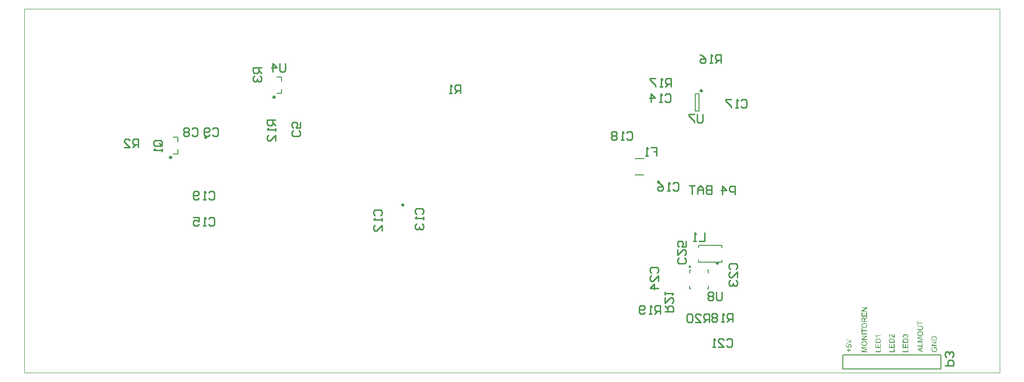
<source format=gbo>
%FSLAX25Y25*%
%MOIN*%
G70*
G01*
G75*
G04 Layer_Color=32896*
G04:AMPARAMS|DCode=10|XSize=23.62mil|YSize=61.02mil|CornerRadius=5.91mil|HoleSize=0mil|Usage=FLASHONLY|Rotation=0.000|XOffset=0mil|YOffset=0mil|HoleType=Round|Shape=RoundedRectangle|*
%AMROUNDEDRECTD10*
21,1,0.02362,0.04921,0,0,0.0*
21,1,0.01181,0.06102,0,0,0.0*
1,1,0.01181,0.00591,-0.02461*
1,1,0.01181,-0.00591,-0.02461*
1,1,0.01181,-0.00591,0.02461*
1,1,0.01181,0.00591,0.02461*
%
%ADD10ROUNDEDRECTD10*%
%ADD11R,0.05906X0.09843*%
%ADD12O,0.07480X0.02362*%
%ADD13O,0.01378X0.07087*%
%ADD14R,0.09843X0.05906*%
G04:AMPARAMS|DCode=15|XSize=23.62mil|YSize=61.02mil|CornerRadius=5.91mil|HoleSize=0mil|Usage=FLASHONLY|Rotation=270.000|XOffset=0mil|YOffset=0mil|HoleType=Round|Shape=RoundedRectangle|*
%AMROUNDEDRECTD15*
21,1,0.02362,0.04921,0,0,270.0*
21,1,0.01181,0.06102,0,0,270.0*
1,1,0.01181,-0.02461,-0.00591*
1,1,0.01181,-0.02461,0.00591*
1,1,0.01181,0.02461,0.00591*
1,1,0.01181,0.02461,-0.00591*
%
%ADD15ROUNDEDRECTD15*%
%ADD16R,0.03937X0.05315*%
%ADD17R,0.04134X0.04331*%
%ADD18R,0.03150X0.01969*%
%ADD19R,0.01969X0.03150*%
%ADD20R,0.04724X0.05315*%
%ADD21R,0.05315X0.04724*%
%ADD22R,0.05709X0.04528*%
%ADD23R,0.04528X0.05709*%
%ADD24C,0.03937*%
%ADD25C,0.01500*%
%ADD26C,0.02000*%
%ADD27C,0.01300*%
%ADD28C,0.04000*%
%ADD29C,0.05000*%
%ADD30C,0.03000*%
%ADD31C,0.06500*%
%ADD32C,0.06000*%
%ADD33C,0.00100*%
%ADD34C,0.07874*%
%ADD35R,0.05906X0.05906*%
%ADD36C,0.05906*%
%ADD37C,0.11024*%
%ADD38C,0.15354*%
%ADD39C,0.06000*%
%ADD40C,0.11417*%
%ADD41R,0.05906X0.05906*%
%ADD42P,0.05966X8X112.5*%
%ADD43C,0.05512*%
%ADD44C,0.11811*%
%ADD45C,0.05000*%
%ADD46C,0.02284*%
%ADD47C,0.10236*%
%ADD48C,0.15700*%
%ADD49C,0.04000*%
%ADD50C,0.02000*%
%ADD51C,0.06200*%
%ADD52R,0.06693X0.12598*%
%ADD53R,0.09449X0.06496*%
%ADD54O,0.01102X0.03347*%
%ADD55R,0.03543X0.02559*%
%ADD56R,0.06102X0.05512*%
%ADD57R,0.04331X0.04134*%
%ADD58R,0.03937X0.02362*%
%ADD59C,0.04500*%
%ADD60C,0.01000*%
%ADD61C,0.02500*%
%ADD62C,0.07000*%
%ADD63C,0.03500*%
%ADD64C,0.05500*%
%ADD65R,0.02756X0.01102*%
%ADD66C,0.01575*%
%ADD67C,0.02362*%
%ADD68C,0.00787*%
%ADD69C,0.00800*%
G04:AMPARAMS|DCode=70|XSize=31.62mil|YSize=69.02mil|CornerRadius=9.91mil|HoleSize=0mil|Usage=FLASHONLY|Rotation=0.000|XOffset=0mil|YOffset=0mil|HoleType=Round|Shape=RoundedRectangle|*
%AMROUNDEDRECTD70*
21,1,0.03162,0.04921,0,0,0.0*
21,1,0.01181,0.06902,0,0,0.0*
1,1,0.01981,0.00591,-0.02461*
1,1,0.01981,-0.00591,-0.02461*
1,1,0.01981,-0.00591,0.02461*
1,1,0.01981,0.00591,0.02461*
%
%ADD70ROUNDEDRECTD70*%
%ADD71R,0.06706X0.10642*%
%ADD72O,0.08280X0.03162*%
%ADD73O,0.02178X0.07887*%
%ADD74R,0.10642X0.06706*%
G04:AMPARAMS|DCode=75|XSize=31.62mil|YSize=69.02mil|CornerRadius=9.91mil|HoleSize=0mil|Usage=FLASHONLY|Rotation=270.000|XOffset=0mil|YOffset=0mil|HoleType=Round|Shape=RoundedRectangle|*
%AMROUNDEDRECTD75*
21,1,0.03162,0.04921,0,0,270.0*
21,1,0.01181,0.06902,0,0,270.0*
1,1,0.01981,-0.02461,-0.00591*
1,1,0.01981,-0.02461,0.00591*
1,1,0.01981,0.02461,0.00591*
1,1,0.01981,0.02461,-0.00591*
%
%ADD75ROUNDEDRECTD75*%
%ADD76R,0.04737X0.06115*%
%ADD77R,0.04934X0.05131*%
%ADD78R,0.03950X0.02769*%
%ADD79R,0.02769X0.03950*%
%ADD80R,0.05524X0.06115*%
%ADD81R,0.06115X0.05524*%
%ADD82R,0.06509X0.05328*%
%ADD83R,0.05328X0.06509*%
%ADD84C,0.08674*%
%ADD85R,0.06706X0.06706*%
%ADD86C,0.06706*%
%ADD87C,0.11824*%
%ADD88C,0.16154*%
%ADD89C,0.06800*%
%ADD90C,0.12217*%
%ADD91R,0.06706X0.06706*%
%ADD92P,0.06832X8X112.5*%
%ADD93C,0.06312*%
%ADD94C,0.12611*%
%ADD95C,0.05800*%
%ADD96C,0.03084*%
%ADD97C,0.11036*%
%ADD98C,0.16500*%
%ADD99C,0.04800*%
%ADD100C,0.02800*%
%ADD101C,0.07000*%
%ADD102R,0.07493X0.13398*%
%ADD103R,0.10000X0.07047*%
%ADD104O,0.01654X0.03898*%
%ADD105R,0.04343X0.03359*%
%ADD106R,0.06902X0.06312*%
%ADD107R,0.05131X0.04934*%
%ADD108R,0.04737X0.03162*%
%ADD109R,0.03556X0.01902*%
%ADD110R,0.04134X0.02677*%
%ADD111R,0.01969X0.01024*%
%ADD112O,0.00906X0.03150*%
G36*
X629019Y24602D02*
X629066D01*
X629171Y24596D01*
X629288Y24584D01*
X629423Y24561D01*
X629558Y24538D01*
X629686Y24502D01*
X629692D01*
X629704Y24497D01*
X629721Y24491D01*
X629745Y24485D01*
X629803Y24462D01*
X629885Y24432D01*
X629973Y24397D01*
X630066Y24350D01*
X630160Y24298D01*
X630248Y24239D01*
X630260Y24233D01*
X630283Y24210D01*
X630324Y24181D01*
X630376Y24134D01*
X630429Y24087D01*
X630488Y24023D01*
X630546Y23958D01*
X630599Y23888D01*
X630605Y23882D01*
X630616Y23853D01*
X630640Y23812D01*
X630669Y23760D01*
X630698Y23695D01*
X630727Y23619D01*
X630757Y23531D01*
X630786Y23432D01*
Y23420D01*
X630798Y23385D01*
X630803Y23333D01*
X630815Y23257D01*
X630827Y23169D01*
X630839Y23063D01*
X630844Y22946D01*
X630850Y22818D01*
Y21437D01*
X627007D01*
Y22753D01*
Y22759D01*
Y22771D01*
Y22794D01*
Y22829D01*
Y22864D01*
Y22911D01*
X627013Y23011D01*
X627019Y23116D01*
X627030Y23233D01*
X627048Y23344D01*
X627065Y23438D01*
Y23444D01*
X627071Y23455D01*
Y23467D01*
X627083Y23491D01*
X627101Y23555D01*
X627130Y23631D01*
X627165Y23719D01*
X627212Y23812D01*
X627270Y23906D01*
X627340Y23999D01*
Y24005D01*
X627352Y24011D01*
X627387Y24052D01*
X627446Y24105D01*
X627522Y24169D01*
X627615Y24245D01*
X627726Y24321D01*
X627855Y24391D01*
X628001Y24456D01*
X628007D01*
X628019Y24462D01*
X628042Y24467D01*
X628072Y24479D01*
X628107Y24491D01*
X628154Y24502D01*
X628206Y24520D01*
X628265Y24532D01*
X628329Y24543D01*
X628399Y24561D01*
X628551Y24584D01*
X628721Y24602D01*
X628908Y24608D01*
X628984D01*
X629019Y24602D01*
D02*
G37*
G36*
X629797Y27626D02*
X629844Y27621D01*
X629891Y27615D01*
X629949Y27603D01*
X630008Y27585D01*
X630142Y27545D01*
X630219Y27515D01*
X630289Y27474D01*
X630359Y27433D01*
X630429Y27387D01*
X630499Y27328D01*
X630570Y27264D01*
X630575Y27258D01*
X630587Y27246D01*
X630599Y27229D01*
X630622Y27199D01*
X630651Y27164D01*
X630681Y27117D01*
X630710Y27065D01*
X630739Y27012D01*
X630774Y26948D01*
X630803Y26878D01*
X630833Y26801D01*
X630862Y26720D01*
X630885Y26632D01*
X630897Y26538D01*
X630909Y26439D01*
X630915Y26339D01*
Y26334D01*
Y26316D01*
Y26293D01*
X630909Y26258D01*
X630903Y26211D01*
X630897Y26164D01*
X630891Y26105D01*
X630880Y26047D01*
X630844Y25912D01*
X630786Y25772D01*
X630757Y25702D01*
X630716Y25637D01*
X630669Y25567D01*
X630616Y25503D01*
X630611Y25497D01*
X630605Y25491D01*
X630587Y25474D01*
X630564Y25450D01*
X630529Y25427D01*
X630493Y25398D01*
X630452Y25363D01*
X630406Y25333D01*
X630289Y25263D01*
X630154Y25205D01*
X630002Y25152D01*
X629920Y25134D01*
X629832Y25123D01*
X629768Y25596D01*
X629774D01*
X629786Y25602D01*
X629809D01*
X629832Y25614D01*
X629903Y25631D01*
X629990Y25661D01*
X630084Y25696D01*
X630183Y25743D01*
X630271Y25801D01*
X630347Y25866D01*
X630353Y25877D01*
X630376Y25901D01*
X630400Y25942D01*
X630435Y26000D01*
X630464Y26064D01*
X630493Y26146D01*
X630517Y26240D01*
X630523Y26339D01*
Y26345D01*
Y26357D01*
Y26375D01*
X630517Y26398D01*
X630511Y26456D01*
X630493Y26533D01*
X630464Y26626D01*
X630429Y26720D01*
X630371Y26813D01*
X630295Y26901D01*
X630283Y26913D01*
X630254Y26936D01*
X630207Y26971D01*
X630137Y27018D01*
X630055Y27059D01*
X629955Y27094D01*
X629844Y27117D01*
X629721Y27129D01*
X629692D01*
X629669Y27123D01*
X629610Y27117D01*
X629534Y27100D01*
X629452Y27077D01*
X629359Y27036D01*
X629271Y26983D01*
X629189Y26913D01*
X629177Y26901D01*
X629154Y26878D01*
X629125Y26831D01*
X629084Y26766D01*
X629043Y26690D01*
X629013Y26597D01*
X628990Y26497D01*
X628978Y26380D01*
Y26375D01*
Y26357D01*
Y26328D01*
X628984Y26287D01*
X628990Y26240D01*
X628996Y26182D01*
X629008Y26117D01*
X629025Y26047D01*
X628610Y26100D01*
Y26105D01*
Y26129D01*
X628616Y26152D01*
Y26176D01*
Y26182D01*
Y26187D01*
Y26205D01*
Y26228D01*
X628610Y26281D01*
X628598Y26357D01*
X628581Y26439D01*
X628551Y26527D01*
X628516Y26620D01*
X628464Y26714D01*
X628458Y26726D01*
X628434Y26755D01*
X628393Y26790D01*
X628341Y26837D01*
X628276Y26883D01*
X628194Y26919D01*
X628095Y26948D01*
X627978Y26959D01*
X627937D01*
X627890Y26948D01*
X627826Y26936D01*
X627762Y26919D01*
X627691Y26883D01*
X627615Y26842D01*
X627551Y26784D01*
X627545Y26778D01*
X627522Y26755D01*
X627492Y26714D01*
X627463Y26661D01*
X627428Y26597D01*
X627405Y26521D01*
X627381Y26433D01*
X627375Y26334D01*
Y26328D01*
Y26322D01*
Y26287D01*
X627387Y26234D01*
X627399Y26176D01*
X627416Y26100D01*
X627452Y26024D01*
X627492Y25947D01*
X627551Y25871D01*
X627557Y25866D01*
X627580Y25842D01*
X627621Y25813D01*
X627680Y25778D01*
X627750Y25737D01*
X627838Y25702D01*
X627943Y25667D01*
X628066Y25643D01*
X627984Y25169D01*
X627978D01*
X627960Y25175D01*
X627937Y25181D01*
X627908Y25187D01*
X627867Y25199D01*
X627820Y25210D01*
X627715Y25251D01*
X627598Y25298D01*
X627475Y25368D01*
X627358Y25450D01*
X627253Y25556D01*
X627247Y25561D01*
X627241Y25567D01*
X627229Y25585D01*
X627212Y25614D01*
X627194Y25643D01*
X627171Y25678D01*
X627118Y25766D01*
X627071Y25877D01*
X627030Y26012D01*
X627001Y26158D01*
X626989Y26240D01*
Y26322D01*
Y26328D01*
Y26334D01*
Y26351D01*
Y26375D01*
X626995Y26433D01*
X627007Y26509D01*
X627024Y26597D01*
X627048Y26696D01*
X627083Y26796D01*
X627130Y26895D01*
Y26901D01*
X627136Y26907D01*
X627153Y26942D01*
X627182Y26989D01*
X627223Y27047D01*
X627276Y27112D01*
X627340Y27182D01*
X627416Y27246D01*
X627498Y27305D01*
X627510Y27310D01*
X627539Y27328D01*
X627586Y27351D01*
X627644Y27375D01*
X627721Y27398D01*
X627803Y27422D01*
X627890Y27439D01*
X627990Y27445D01*
X628031D01*
X628077Y27439D01*
X628136Y27428D01*
X628206Y27410D01*
X628282Y27387D01*
X628364Y27357D01*
X628440Y27310D01*
X628452Y27305D01*
X628475Y27287D01*
X628510Y27252D01*
X628557Y27211D01*
X628610Y27153D01*
X628662Y27088D01*
X628721Y27006D01*
X628768Y26913D01*
Y26919D01*
X628774Y26930D01*
Y26948D01*
X628785Y26971D01*
X628803Y27030D01*
X628838Y27106D01*
X628879Y27188D01*
X628937Y27275D01*
X629008Y27363D01*
X629095Y27439D01*
X629107Y27445D01*
X629142Y27468D01*
X629195Y27498D01*
X629265Y27539D01*
X629353Y27574D01*
X629458Y27603D01*
X629581Y27626D01*
X629715Y27632D01*
X629762D01*
X629797Y27626D01*
D02*
G37*
G36*
X630850Y14850D02*
X627007D01*
Y15359D01*
X630400D01*
Y17248D01*
X630850D01*
Y14850D01*
D02*
G37*
G36*
Y17869D02*
X627007D01*
Y20647D01*
X627457D01*
Y18377D01*
X628639D01*
Y20501D01*
X629089D01*
Y18377D01*
X630400D01*
Y20735D01*
X630850D01*
Y17869D01*
D02*
G37*
G36*
X621050Y14850D02*
X617207D01*
Y15359D01*
X620600D01*
Y17248D01*
X621050D01*
Y14850D01*
D02*
G37*
G36*
Y25052D02*
X620986D01*
X620945Y25058D01*
X620898Y25064D01*
X620846Y25070D01*
X620787Y25087D01*
X620729Y25105D01*
X620723D01*
X620717Y25111D01*
X620682Y25123D01*
X620635Y25146D01*
X620565Y25181D01*
X620489Y25222D01*
X620401Y25280D01*
X620313Y25339D01*
X620220Y25415D01*
X620214D01*
X620208Y25427D01*
X620173Y25456D01*
X620120Y25503D01*
X620050Y25573D01*
X619968Y25661D01*
X619869Y25766D01*
X619758Y25895D01*
X619635Y26035D01*
X619629Y26041D01*
X619611Y26064D01*
X619588Y26094D01*
X619547Y26135D01*
X619506Y26187D01*
X619453Y26246D01*
X619342Y26375D01*
X619208Y26515D01*
X619073Y26655D01*
X619009Y26726D01*
X618944Y26784D01*
X618880Y26837D01*
X618821Y26883D01*
X618816D01*
X618810Y26895D01*
X618792Y26907D01*
X618769Y26919D01*
X618710Y26954D01*
X618634Y26995D01*
X618546Y27036D01*
X618453Y27071D01*
X618348Y27094D01*
X618248Y27106D01*
X618236D01*
X618201Y27100D01*
X618149Y27094D01*
X618084Y27082D01*
X618008Y27053D01*
X617932Y27018D01*
X617850Y26971D01*
X617774Y26901D01*
X617768Y26889D01*
X617745Y26866D01*
X617716Y26819D01*
X617675Y26761D01*
X617640Y26685D01*
X617611Y26597D01*
X617587Y26491D01*
X617581Y26375D01*
Y26369D01*
Y26357D01*
Y26339D01*
X617587Y26316D01*
X617593Y26258D01*
X617605Y26182D01*
X617634Y26094D01*
X617669Y26000D01*
X617722Y25912D01*
X617792Y25831D01*
X617804Y25825D01*
X617827Y25801D01*
X617874Y25766D01*
X617938Y25731D01*
X618020Y25690D01*
X618114Y25661D01*
X618225Y25637D01*
X618354Y25626D01*
X618301Y25140D01*
X618277D01*
X618248Y25146D01*
X618213Y25152D01*
X618166Y25164D01*
X618114Y25169D01*
X617997Y25205D01*
X617862Y25251D01*
X617728Y25316D01*
X617593Y25403D01*
X617534Y25450D01*
X617476Y25509D01*
X617470Y25515D01*
X617464Y25526D01*
X617447Y25544D01*
X617429Y25567D01*
X617412Y25602D01*
X617382Y25643D01*
X617359Y25690D01*
X617330Y25743D01*
X617306Y25801D01*
X617277Y25866D01*
X617254Y25942D01*
X617236Y26018D01*
X617201Y26193D01*
X617195Y26287D01*
X617189Y26386D01*
Y26392D01*
Y26410D01*
Y26439D01*
X617195Y26480D01*
X617201Y26527D01*
X617207Y26579D01*
X617213Y26638D01*
X617230Y26702D01*
X617265Y26842D01*
X617318Y26989D01*
X617353Y27065D01*
X617394Y27135D01*
X617447Y27199D01*
X617499Y27264D01*
X617505Y27270D01*
X617511Y27275D01*
X617529Y27293D01*
X617552Y27316D01*
X617587Y27340D01*
X617622Y27369D01*
X617710Y27428D01*
X617821Y27486D01*
X617950Y27539D01*
X618096Y27580D01*
X618178Y27585D01*
X618260Y27591D01*
X618301D01*
X618348Y27585D01*
X618406Y27580D01*
X618476Y27568D01*
X618552Y27550D01*
X618634Y27527D01*
X618716Y27492D01*
X618728Y27486D01*
X618757Y27474D01*
X618798Y27451D01*
X618857Y27416D01*
X618927Y27375D01*
X619009Y27322D01*
X619091Y27252D01*
X619184Y27176D01*
X619196Y27164D01*
X619231Y27135D01*
X619284Y27082D01*
X619319Y27047D01*
X619360Y27006D01*
X619407Y26959D01*
X619459Y26901D01*
X619512Y26842D01*
X619576Y26778D01*
X619640Y26708D01*
X619711Y26626D01*
X619781Y26544D01*
X619863Y26450D01*
X619869Y26445D01*
X619880Y26433D01*
X619898Y26410D01*
X619921Y26380D01*
X619980Y26310D01*
X620056Y26222D01*
X620138Y26135D01*
X620220Y26041D01*
X620290Y25965D01*
X620319Y25936D01*
X620348Y25907D01*
X620354Y25901D01*
X620372Y25889D01*
X620395Y25866D01*
X620430Y25836D01*
X620506Y25772D01*
X620600Y25708D01*
Y27597D01*
X621050D01*
Y25052D01*
D02*
G37*
G36*
X611250Y14850D02*
X607407D01*
Y15359D01*
X610800D01*
Y17248D01*
X611250D01*
Y14850D01*
D02*
G37*
G36*
X621050Y17869D02*
X617207D01*
Y20647D01*
X617657D01*
Y18377D01*
X618839D01*
Y20501D01*
X619289D01*
Y18377D01*
X620600D01*
Y20735D01*
X621050D01*
Y17869D01*
D02*
G37*
G36*
X619219Y24602D02*
X619266D01*
X619371Y24596D01*
X619488Y24584D01*
X619623Y24561D01*
X619758Y24538D01*
X619886Y24502D01*
X619892D01*
X619904Y24497D01*
X619921Y24491D01*
X619945Y24485D01*
X620003Y24462D01*
X620085Y24432D01*
X620173Y24397D01*
X620266Y24350D01*
X620360Y24298D01*
X620448Y24239D01*
X620460Y24233D01*
X620483Y24210D01*
X620524Y24181D01*
X620576Y24134D01*
X620629Y24087D01*
X620688Y24023D01*
X620746Y23958D01*
X620799Y23888D01*
X620805Y23882D01*
X620816Y23853D01*
X620840Y23812D01*
X620869Y23760D01*
X620898Y23695D01*
X620927Y23619D01*
X620957Y23531D01*
X620986Y23432D01*
Y23420D01*
X620998Y23385D01*
X621003Y23333D01*
X621015Y23257D01*
X621027Y23169D01*
X621039Y23063D01*
X621044Y22946D01*
X621050Y22818D01*
Y21437D01*
X617207D01*
Y22753D01*
Y22759D01*
Y22771D01*
Y22794D01*
Y22829D01*
Y22864D01*
Y22911D01*
X617213Y23011D01*
X617219Y23116D01*
X617230Y23233D01*
X617248Y23344D01*
X617265Y23438D01*
Y23444D01*
X617271Y23455D01*
Y23467D01*
X617283Y23491D01*
X617301Y23555D01*
X617330Y23631D01*
X617365Y23719D01*
X617412Y23812D01*
X617470Y23906D01*
X617540Y23999D01*
Y24005D01*
X617552Y24011D01*
X617587Y24052D01*
X617646Y24105D01*
X617722Y24169D01*
X617815Y24245D01*
X617926Y24321D01*
X618055Y24391D01*
X618201Y24456D01*
X618207D01*
X618219Y24462D01*
X618242Y24467D01*
X618272Y24479D01*
X618307Y24491D01*
X618354Y24502D01*
X618406Y24520D01*
X618465Y24532D01*
X618529Y24543D01*
X618599Y24561D01*
X618751Y24584D01*
X618921Y24602D01*
X619108Y24608D01*
X619184D01*
X619219Y24602D01*
D02*
G37*
G36*
X649519Y26187D02*
X649566D01*
X649671Y26182D01*
X649788Y26170D01*
X649923Y26146D01*
X650058Y26123D01*
X650186Y26088D01*
X650192D01*
X650204Y26082D01*
X650221Y26076D01*
X650245Y26070D01*
X650303Y26047D01*
X650385Y26018D01*
X650473Y25982D01*
X650566Y25936D01*
X650660Y25883D01*
X650748Y25825D01*
X650760Y25819D01*
X650783Y25795D01*
X650824Y25766D01*
X650877Y25719D01*
X650929Y25673D01*
X650988Y25608D01*
X651046Y25544D01*
X651099Y25474D01*
X651105Y25468D01*
X651116Y25438D01*
X651140Y25398D01*
X651169Y25345D01*
X651198Y25280D01*
X651228Y25205D01*
X651257Y25117D01*
X651286Y25017D01*
Y25006D01*
X651298Y24971D01*
X651303Y24918D01*
X651315Y24842D01*
X651327Y24754D01*
X651339Y24649D01*
X651344Y24532D01*
X651350Y24403D01*
Y23022D01*
X647507D01*
Y24339D01*
Y24345D01*
Y24356D01*
Y24380D01*
Y24415D01*
Y24450D01*
Y24497D01*
X647513Y24596D01*
X647519Y24701D01*
X647530Y24818D01*
X647548Y24930D01*
X647565Y25023D01*
Y25029D01*
X647571Y25041D01*
Y25052D01*
X647583Y25076D01*
X647601Y25140D01*
X647630Y25216D01*
X647665Y25304D01*
X647712Y25398D01*
X647770Y25491D01*
X647840Y25585D01*
Y25591D01*
X647852Y25596D01*
X647887Y25637D01*
X647946Y25690D01*
X648022Y25754D01*
X648115Y25831D01*
X648226Y25907D01*
X648355Y25977D01*
X648501Y26041D01*
X648507D01*
X648519Y26047D01*
X648542Y26053D01*
X648572Y26064D01*
X648607Y26076D01*
X648654Y26088D01*
X648706Y26105D01*
X648765Y26117D01*
X648829Y26129D01*
X648899Y26146D01*
X649051Y26170D01*
X649221Y26187D01*
X649408Y26193D01*
X649484D01*
X649519Y26187D01*
D02*
G37*
G36*
X641350Y17863D02*
X640186Y17418D01*
Y15804D01*
X641350Y15388D01*
Y14850D01*
X637507Y16318D01*
Y16874D01*
X641350Y18436D01*
Y17863D01*
D02*
G37*
G36*
X650824Y18395D02*
X650830Y18383D01*
X650847Y18366D01*
X650865Y18337D01*
X650894Y18302D01*
X650917Y18261D01*
X650988Y18161D01*
X651058Y18044D01*
X651134Y17915D01*
X651204Y17769D01*
X651268Y17623D01*
Y17617D01*
X651274Y17605D01*
X651280Y17582D01*
X651292Y17553D01*
X651303Y17518D01*
X651315Y17477D01*
X651327Y17424D01*
X651339Y17371D01*
X651368Y17248D01*
X651391Y17114D01*
X651409Y16962D01*
X651415Y16810D01*
Y16804D01*
Y16786D01*
Y16757D01*
X651409Y16716D01*
Y16664D01*
X651403Y16605D01*
X651397Y16541D01*
X651385Y16470D01*
X651356Y16307D01*
X651315Y16137D01*
X651257Y15956D01*
X651175Y15780D01*
X651169Y15774D01*
X651163Y15763D01*
X651151Y15733D01*
X651128Y15704D01*
X651105Y15663D01*
X651075Y15622D01*
X650999Y15523D01*
X650900Y15406D01*
X650777Y15295D01*
X650637Y15183D01*
X650479Y15084D01*
X650473D01*
X650455Y15072D01*
X650432Y15061D01*
X650397Y15049D01*
X650356Y15031D01*
X650303Y15008D01*
X650245Y14990D01*
X650175Y14967D01*
X650104Y14944D01*
X650022Y14926D01*
X649847Y14885D01*
X649654Y14862D01*
X649449Y14850D01*
X649396D01*
X649356Y14856D01*
X649303D01*
X649244Y14862D01*
X649180Y14867D01*
X649110Y14879D01*
X648946Y14909D01*
X648771Y14949D01*
X648583Y15008D01*
X648402Y15084D01*
X648396D01*
X648379Y15096D01*
X648355Y15107D01*
X648320Y15125D01*
X648279Y15154D01*
X648238Y15183D01*
X648127Y15254D01*
X648010Y15353D01*
X647893Y15464D01*
X647782Y15605D01*
X647729Y15675D01*
X647682Y15757D01*
Y15763D01*
X647671Y15774D01*
X647659Y15804D01*
X647647Y15833D01*
X647624Y15874D01*
X647606Y15926D01*
X647583Y15985D01*
X647559Y16049D01*
X647542Y16119D01*
X647519Y16195D01*
X647478Y16371D01*
X647454Y16558D01*
X647442Y16769D01*
Y16775D01*
Y16786D01*
Y16810D01*
Y16839D01*
X647448Y16874D01*
Y16921D01*
X647460Y17020D01*
X647478Y17131D01*
X647501Y17260D01*
X647536Y17389D01*
X647583Y17518D01*
Y17523D01*
X647589Y17535D01*
X647595Y17553D01*
X647606Y17576D01*
X647636Y17635D01*
X647682Y17711D01*
X647735Y17798D01*
X647799Y17886D01*
X647870Y17974D01*
X647957Y18050D01*
X647969Y18056D01*
X647998Y18079D01*
X648051Y18114D01*
X648127Y18161D01*
X648215Y18208D01*
X648320Y18255D01*
X648443Y18302D01*
X648583Y18342D01*
X648712Y17880D01*
X648706D01*
X648700Y17874D01*
X648665Y17869D01*
X648612Y17845D01*
X648542Y17822D01*
X648472Y17793D01*
X648396Y17758D01*
X648320Y17717D01*
X648250Y17670D01*
X648244Y17664D01*
X648221Y17646D01*
X648191Y17617D01*
X648150Y17576D01*
X648109Y17523D01*
X648063Y17459D01*
X648022Y17389D01*
X647981Y17301D01*
X647975Y17289D01*
X647963Y17260D01*
X647946Y17208D01*
X647928Y17143D01*
X647910Y17067D01*
X647893Y16979D01*
X647881Y16880D01*
X647875Y16775D01*
Y16769D01*
Y16757D01*
Y16739D01*
Y16716D01*
X647881Y16652D01*
X647887Y16570D01*
X647905Y16476D01*
X647922Y16371D01*
X647952Y16272D01*
X647987Y16172D01*
X647992Y16160D01*
X648004Y16131D01*
X648028Y16084D01*
X648063Y16026D01*
X648104Y15961D01*
X648150Y15891D01*
X648203Y15827D01*
X648267Y15763D01*
X648273Y15757D01*
X648297Y15739D01*
X648332Y15710D01*
X648379Y15675D01*
X648437Y15634D01*
X648501Y15593D01*
X648572Y15558D01*
X648648Y15523D01*
X648654D01*
X648665Y15517D01*
X648683Y15511D01*
X648712Y15499D01*
X648741Y15488D01*
X648782Y15476D01*
X648876Y15452D01*
X648993Y15423D01*
X649122Y15400D01*
X649268Y15382D01*
X649420Y15376D01*
X649467D01*
X649508Y15382D01*
X649548D01*
X649601Y15388D01*
X649660Y15394D01*
X649718Y15400D01*
X649859Y15417D01*
X650005Y15452D01*
X650145Y15494D01*
X650286Y15552D01*
X650291D01*
X650303Y15558D01*
X650321Y15570D01*
X650344Y15587D01*
X650403Y15628D01*
X650479Y15681D01*
X650561Y15751D01*
X650648Y15839D01*
X650730Y15944D01*
X650800Y16061D01*
Y16067D01*
X650806Y16079D01*
X650818Y16096D01*
X650824Y16119D01*
X650836Y16149D01*
X650853Y16190D01*
X650882Y16277D01*
X650912Y16389D01*
X650941Y16506D01*
X650958Y16640D01*
X650964Y16781D01*
Y16786D01*
Y16798D01*
Y16816D01*
Y16839D01*
X650958Y16903D01*
X650947Y16985D01*
X650935Y17079D01*
X650912Y17190D01*
X650882Y17307D01*
X650841Y17424D01*
Y17430D01*
X650836Y17436D01*
X650830Y17453D01*
X650818Y17477D01*
X650795Y17535D01*
X650760Y17605D01*
X650718Y17681D01*
X650672Y17758D01*
X650619Y17833D01*
X650566Y17904D01*
X649841D01*
Y16775D01*
X649391D01*
Y18401D01*
X650818D01*
X650824Y18395D01*
D02*
G37*
G36*
X651350Y21648D02*
X648332Y19629D01*
X651350D01*
Y19144D01*
X647507D01*
Y19659D01*
X650526Y21683D01*
X647507D01*
Y22168D01*
X651350D01*
Y21648D01*
D02*
G37*
G36*
X641350Y18828D02*
X637507D01*
Y19337D01*
X640900D01*
Y21226D01*
X641350D01*
Y18828D01*
D02*
G37*
G36*
X639876Y33494D02*
X639929D01*
X639993Y33488D01*
X640063Y33482D01*
X640210Y33465D01*
X640362Y33441D01*
X640514Y33412D01*
X640648Y33365D01*
X640654D01*
X640666Y33359D01*
X640683Y33354D01*
X640707Y33342D01*
X640765Y33307D01*
X640847Y33260D01*
X640935Y33196D01*
X641029Y33114D01*
X641116Y33008D01*
X641204Y32891D01*
Y32886D01*
X641216Y32874D01*
X641222Y32856D01*
X641239Y32827D01*
X641251Y32798D01*
X641268Y32757D01*
X641292Y32704D01*
X641309Y32651D01*
X641327Y32593D01*
X641350Y32523D01*
X641368Y32453D01*
X641380Y32371D01*
X641403Y32195D01*
X641415Y31996D01*
Y31991D01*
Y31973D01*
Y31944D01*
X641409Y31909D01*
Y31862D01*
X641403Y31809D01*
X641397Y31751D01*
X641391Y31686D01*
X641368Y31546D01*
X641339Y31400D01*
X641292Y31248D01*
X641233Y31113D01*
Y31107D01*
X641222Y31095D01*
X641216Y31084D01*
X641198Y31060D01*
X641157Y30996D01*
X641093Y30926D01*
X641017Y30844D01*
X640929Y30768D01*
X640818Y30692D01*
X640695Y30627D01*
X640689D01*
X640678Y30622D01*
X640660Y30616D01*
X640631Y30604D01*
X640596Y30592D01*
X640549Y30581D01*
X640496Y30569D01*
X640438Y30557D01*
X640373Y30540D01*
X640303Y30528D01*
X640221Y30516D01*
X640139Y30505D01*
X640046Y30493D01*
X639946Y30487D01*
X639841Y30481D01*
X637507D01*
Y30990D01*
X639853D01*
X639899Y30996D01*
X640011Y31002D01*
X640128Y31014D01*
X640250Y31025D01*
X640368Y31049D01*
X640420Y31060D01*
X640467Y31078D01*
X640479Y31084D01*
X640508Y31095D01*
X640549Y31119D01*
X640601Y31154D01*
X640660Y31195D01*
X640724Y31253D01*
X640783Y31318D01*
X640836Y31400D01*
X640841Y31411D01*
X640853Y31441D01*
X640876Y31487D01*
X640894Y31552D01*
X640917Y31634D01*
X640941Y31727D01*
X640952Y31833D01*
X640958Y31949D01*
Y31955D01*
Y31973D01*
Y32002D01*
X640952Y32043D01*
Y32090D01*
X640947Y32143D01*
X640929Y32260D01*
X640894Y32394D01*
X640853Y32523D01*
X640789Y32646D01*
X640754Y32704D01*
X640707Y32751D01*
X640701D01*
X640695Y32763D01*
X640678Y32774D01*
X640654Y32786D01*
X640625Y32809D01*
X640590Y32827D01*
X640543Y32851D01*
X640490Y32874D01*
X640426Y32891D01*
X640356Y32915D01*
X640280Y32938D01*
X640186Y32956D01*
X640087Y32967D01*
X639981Y32979D01*
X639859Y32991D01*
X637507D01*
Y33500D01*
X639823D01*
X639876Y33494D01*
D02*
G37*
G36*
X637957Y35834D02*
X641350D01*
Y35325D01*
X637957D01*
Y34061D01*
X637507D01*
Y37098D01*
X637957D01*
Y35834D01*
D02*
G37*
G36*
X641350Y24994D02*
X638133D01*
X641350Y23871D01*
Y23414D01*
X638080Y22309D01*
X641350D01*
Y21817D01*
X637507D01*
Y22578D01*
X640227Y23491D01*
X640233D01*
X640245Y23496D01*
X640262Y23502D01*
X640292Y23508D01*
X640356Y23531D01*
X640438Y23561D01*
X640531Y23590D01*
X640625Y23619D01*
X640719Y23648D01*
X640795Y23672D01*
X640783Y23678D01*
X640754Y23684D01*
X640707Y23701D01*
X640642Y23724D01*
X640555Y23748D01*
X640449Y23783D01*
X640327Y23830D01*
X640180Y23877D01*
X637507Y24795D01*
Y25485D01*
X641350D01*
Y24994D01*
D02*
G37*
G36*
X639537Y29814D02*
X639590D01*
X639648Y29808D01*
X639712Y29803D01*
X639788Y29791D01*
X639952Y29762D01*
X640128Y29721D01*
X640309Y29662D01*
X640485Y29580D01*
X640490D01*
X640502Y29569D01*
X640525Y29557D01*
X640561Y29539D01*
X640596Y29510D01*
X640642Y29481D01*
X640742Y29411D01*
X640853Y29317D01*
X640970Y29200D01*
X641081Y29065D01*
X641181Y28913D01*
Y28907D01*
X641192Y28896D01*
X641204Y28872D01*
X641216Y28837D01*
X641233Y28796D01*
X641257Y28750D01*
X641274Y28697D01*
X641298Y28633D01*
X641339Y28498D01*
X641380Y28340D01*
X641403Y28165D01*
X641415Y27983D01*
Y27977D01*
Y27960D01*
Y27931D01*
X641409Y27890D01*
Y27843D01*
X641403Y27790D01*
X641391Y27726D01*
X641380Y27656D01*
X641350Y27509D01*
X641303Y27346D01*
X641239Y27176D01*
X641204Y27094D01*
X641157Y27012D01*
X641151Y27006D01*
X641146Y26995D01*
X641128Y26971D01*
X641111Y26942D01*
X641081Y26907D01*
X641052Y26866D01*
X640970Y26772D01*
X640865Y26667D01*
X640748Y26556D01*
X640601Y26456D01*
X640444Y26363D01*
X640438D01*
X640420Y26351D01*
X640397Y26345D01*
X640362Y26328D01*
X640321Y26310D01*
X640274Y26293D01*
X640215Y26275D01*
X640151Y26258D01*
X640081Y26234D01*
X640011Y26217D01*
X639847Y26182D01*
X639671Y26158D01*
X639484Y26146D01*
X639443D01*
X639391Y26152D01*
X639326D01*
X639244Y26164D01*
X639151Y26176D01*
X639051Y26187D01*
X638934Y26211D01*
X638817Y26240D01*
X638694Y26269D01*
X638572Y26310D01*
X638449Y26363D01*
X638326Y26421D01*
X638203Y26486D01*
X638092Y26568D01*
X637987Y26655D01*
X637981Y26661D01*
X637963Y26679D01*
X637934Y26708D01*
X637899Y26749D01*
X637858Y26801D01*
X637817Y26860D01*
X637764Y26930D01*
X637712Y27012D01*
X637665Y27106D01*
X637612Y27205D01*
X637571Y27316D01*
X637524Y27433D01*
X637495Y27556D01*
X637466Y27691D01*
X637448Y27837D01*
X637442Y27983D01*
Y27989D01*
Y28007D01*
Y28036D01*
X637448Y28071D01*
Y28118D01*
X637454Y28176D01*
X637466Y28235D01*
X637472Y28305D01*
X637507Y28451D01*
X637554Y28615D01*
X637612Y28779D01*
X637653Y28861D01*
X637700Y28943D01*
Y28949D01*
X637712Y28960D01*
X637723Y28984D01*
X637747Y29013D01*
X637770Y29048D01*
X637805Y29089D01*
X637881Y29182D01*
X637981Y29288D01*
X638104Y29399D01*
X638244Y29498D01*
X638408Y29592D01*
X638414D01*
X638431Y29604D01*
X638455Y29615D01*
X638490Y29627D01*
X638531Y29645D01*
X638583Y29662D01*
X638642Y29686D01*
X638706Y29709D01*
X638782Y29726D01*
X638858Y29750D01*
X639034Y29785D01*
X639227Y29808D01*
X639437Y29820D01*
X639496D01*
X639537Y29814D01*
D02*
G37*
G36*
X611250Y17869D02*
X607407D01*
Y20647D01*
X607857D01*
Y18377D01*
X609039D01*
Y20501D01*
X609489D01*
Y18377D01*
X610800D01*
Y20735D01*
X611250D01*
Y17869D01*
D02*
G37*
G36*
X599637Y35658D02*
X599689D01*
X599748Y35653D01*
X599812Y35647D01*
X599888Y35635D01*
X600052Y35606D01*
X600228Y35565D01*
X600409Y35506D01*
X600585Y35425D01*
X600590D01*
X600602Y35413D01*
X600626Y35401D01*
X600661Y35383D01*
X600696Y35354D01*
X600742Y35325D01*
X600842Y35255D01*
X600953Y35161D01*
X601070Y35044D01*
X601181Y34910D01*
X601281Y34758D01*
Y34752D01*
X601292Y34740D01*
X601304Y34717D01*
X601316Y34681D01*
X601333Y34641D01*
X601357Y34594D01*
X601374Y34541D01*
X601398Y34477D01*
X601439Y34342D01*
X601480Y34184D01*
X601503Y34009D01*
X601515Y33827D01*
Y33822D01*
Y33804D01*
Y33775D01*
X601509Y33734D01*
Y33687D01*
X601503Y33634D01*
X601491Y33570D01*
X601480Y33500D01*
X601450Y33354D01*
X601404Y33190D01*
X601339Y33020D01*
X601304Y32938D01*
X601257Y32856D01*
X601251Y32851D01*
X601246Y32839D01*
X601228Y32815D01*
X601210Y32786D01*
X601181Y32751D01*
X601152Y32710D01*
X601070Y32616D01*
X600965Y32511D01*
X600848Y32400D01*
X600702Y32300D01*
X600544Y32207D01*
X600538D01*
X600520Y32195D01*
X600497Y32189D01*
X600462Y32172D01*
X600421Y32154D01*
X600374Y32137D01*
X600315Y32119D01*
X600251Y32102D01*
X600181Y32078D01*
X600111Y32061D01*
X599947Y32026D01*
X599771Y32002D01*
X599584Y31991D01*
X599543D01*
X599491Y31996D01*
X599426D01*
X599344Y32008D01*
X599251Y32020D01*
X599151Y32032D01*
X599034Y32055D01*
X598917Y32084D01*
X598794Y32113D01*
X598672Y32154D01*
X598549Y32207D01*
X598426Y32265D01*
X598303Y32330D01*
X598192Y32412D01*
X598087Y32500D01*
X598081Y32505D01*
X598063Y32523D01*
X598034Y32552D01*
X597999Y32593D01*
X597958Y32646D01*
X597917Y32704D01*
X597864Y32774D01*
X597812Y32856D01*
X597765Y32950D01*
X597712Y33049D01*
X597671Y33160D01*
X597624Y33277D01*
X597595Y33400D01*
X597566Y33535D01*
X597548Y33681D01*
X597542Y33827D01*
Y33833D01*
Y33851D01*
Y33880D01*
X597548Y33915D01*
Y33962D01*
X597554Y34020D01*
X597566Y34079D01*
X597572Y34149D01*
X597607Y34295D01*
X597654Y34459D01*
X597712Y34623D01*
X597753Y34705D01*
X597800Y34787D01*
Y34793D01*
X597812Y34804D01*
X597823Y34828D01*
X597847Y34857D01*
X597870Y34892D01*
X597905Y34933D01*
X597981Y35027D01*
X598081Y35132D01*
X598204Y35243D01*
X598344Y35342D01*
X598508Y35436D01*
X598514D01*
X598531Y35448D01*
X598555Y35460D01*
X598590Y35471D01*
X598631Y35489D01*
X598683Y35506D01*
X598742Y35530D01*
X598806Y35553D01*
X598882Y35571D01*
X598958Y35594D01*
X599134Y35629D01*
X599327Y35653D01*
X599537Y35664D01*
X599596D01*
X599637Y35658D01*
D02*
G37*
G36*
X601450Y39069D02*
X600655Y38560D01*
X600649D01*
X600637Y38548D01*
X600620Y38537D01*
X600596Y38525D01*
X600538Y38484D01*
X600462Y38431D01*
X600374Y38373D01*
X600286Y38309D01*
X600204Y38250D01*
X600128Y38192D01*
X600122Y38186D01*
X600099Y38168D01*
X600064Y38139D01*
X600023Y38110D01*
X599941Y38022D01*
X599900Y37981D01*
X599871Y37934D01*
X599865Y37928D01*
X599859Y37917D01*
X599847Y37893D01*
X599830Y37864D01*
X599795Y37794D01*
X599765Y37706D01*
Y37700D01*
X599760Y37688D01*
Y37665D01*
X599754Y37636D01*
X599748Y37595D01*
Y37548D01*
X599742Y37490D01*
Y37419D01*
Y36834D01*
X601450D01*
Y36325D01*
X597607D01*
Y38028D01*
Y38034D01*
Y38051D01*
Y38074D01*
Y38110D01*
X597613Y38156D01*
Y38203D01*
X597619Y38320D01*
X597630Y38443D01*
X597654Y38572D01*
X597677Y38695D01*
X597695Y38753D01*
X597712Y38806D01*
Y38812D01*
X597718Y38818D01*
X597730Y38853D01*
X597759Y38899D01*
X597800Y38958D01*
X597847Y39028D01*
X597911Y39098D01*
X597987Y39169D01*
X598081Y39233D01*
X598092Y39239D01*
X598128Y39256D01*
X598180Y39285D01*
X598250Y39315D01*
X598338Y39344D01*
X598438Y39373D01*
X598543Y39391D01*
X598660Y39397D01*
X598701D01*
X598730Y39391D01*
X598765D01*
X598806Y39385D01*
X598900Y39362D01*
X599011Y39332D01*
X599122Y39285D01*
X599239Y39215D01*
X599298Y39174D01*
X599350Y39127D01*
X599362Y39116D01*
X599374Y39098D01*
X599397Y39081D01*
X599414Y39051D01*
X599444Y39016D01*
X599467Y38975D01*
X599496Y38929D01*
X599526Y38876D01*
X599555Y38812D01*
X599584Y38747D01*
X599613Y38671D01*
X599643Y38595D01*
X599666Y38507D01*
X599684Y38414D01*
X599701Y38314D01*
X599707Y38326D01*
X599719Y38350D01*
X599736Y38385D01*
X599760Y38425D01*
X599824Y38525D01*
X599859Y38578D01*
X599894Y38618D01*
X599906Y38630D01*
X599929Y38660D01*
X599976Y38701D01*
X600035Y38753D01*
X600111Y38818D01*
X600198Y38888D01*
X600298Y38964D01*
X600409Y39040D01*
X601450Y39707D01*
Y39069D01*
D02*
G37*
G36*
Y27468D02*
X597607D01*
Y27977D01*
X601450D01*
Y27468D01*
D02*
G37*
G36*
X598057Y30358D02*
X601450D01*
Y29849D01*
X598057D01*
Y28586D01*
X597607D01*
Y31622D01*
X598057D01*
Y30358D01*
D02*
G37*
G36*
X601450Y40204D02*
X597607D01*
Y42983D01*
X598057D01*
Y40713D01*
X599239D01*
Y42836D01*
X599689D01*
Y40713D01*
X601000D01*
Y43070D01*
X601450D01*
Y40204D01*
D02*
G37*
G36*
X589139Y20454D02*
X589186Y20448D01*
X589239Y20443D01*
X589297Y20437D01*
X589362Y20425D01*
X589502Y20384D01*
X589648Y20331D01*
X589730Y20296D01*
X589806Y20255D01*
X589882Y20209D01*
X589953Y20156D01*
X589958Y20150D01*
X589970Y20138D01*
X589993Y20115D01*
X590023Y20086D01*
X590058Y20051D01*
X590099Y20004D01*
X590140Y19951D01*
X590181Y19887D01*
X590228Y19823D01*
X590268Y19746D01*
X590309Y19659D01*
X590344Y19571D01*
X590374Y19471D01*
X590397Y19372D01*
X590409Y19261D01*
X590415Y19144D01*
Y19138D01*
Y19120D01*
Y19091D01*
X590409Y19056D01*
X590403Y19015D01*
X590397Y18962D01*
X590391Y18904D01*
X590380Y18840D01*
X590344Y18705D01*
X590292Y18565D01*
X590257Y18495D01*
X590216Y18424D01*
X590175Y18354D01*
X590122Y18290D01*
X590116Y18284D01*
X590110Y18278D01*
X590093Y18260D01*
X590069Y18237D01*
X590040Y18214D01*
X590005Y18184D01*
X589964Y18155D01*
X589917Y18120D01*
X589806Y18056D01*
X589672Y17991D01*
X589520Y17945D01*
X589432Y17927D01*
X589344Y17915D01*
X589309Y18413D01*
X589327D01*
X589344Y18418D01*
X589367Y18424D01*
X589432Y18442D01*
X589514Y18465D01*
X589602Y18495D01*
X589689Y18541D01*
X589777Y18594D01*
X589853Y18664D01*
X589859Y18676D01*
X589882Y18699D01*
X589906Y18740D01*
X589941Y18799D01*
X589970Y18869D01*
X589999Y18951D01*
X590023Y19044D01*
X590029Y19144D01*
Y19150D01*
Y19161D01*
Y19179D01*
X590023Y19202D01*
X590017Y19267D01*
X589999Y19349D01*
X589964Y19436D01*
X589923Y19536D01*
X589859Y19629D01*
X589824Y19676D01*
X589777Y19723D01*
X589771D01*
X589765Y19735D01*
X589730Y19758D01*
X589672Y19799D01*
X589596Y19840D01*
X589496Y19881D01*
X589379Y19922D01*
X589245Y19945D01*
X589093Y19957D01*
X589052D01*
X589028Y19951D01*
X588993D01*
X588952Y19945D01*
X588859Y19928D01*
X588759Y19904D01*
X588654Y19863D01*
X588549Y19805D01*
X588455Y19729D01*
X588443Y19717D01*
X588420Y19688D01*
X588379Y19641D01*
X588338Y19571D01*
X588297Y19489D01*
X588256Y19384D01*
X588233Y19267D01*
X588221Y19138D01*
Y19126D01*
Y19097D01*
X588227Y19056D01*
X588233Y18998D01*
X588250Y18933D01*
X588268Y18863D01*
X588297Y18793D01*
X588332Y18723D01*
X588338Y18717D01*
X588350Y18693D01*
X588373Y18658D01*
X588402Y18617D01*
X588443Y18576D01*
X588490Y18530D01*
X588543Y18483D01*
X588601Y18442D01*
X588537Y17997D01*
X586565Y18372D01*
Y20279D01*
X587016D01*
Y18746D01*
X588051Y18535D01*
X588045Y18541D01*
X588040Y18553D01*
X588028Y18571D01*
X588010Y18594D01*
X587993Y18629D01*
X587975Y18664D01*
X587928Y18758D01*
X587882Y18863D01*
X587847Y18986D01*
X587817Y19120D01*
X587806Y19261D01*
Y19267D01*
Y19284D01*
Y19308D01*
X587811Y19343D01*
X587817Y19390D01*
X587823Y19436D01*
X587835Y19495D01*
X587847Y19553D01*
X587893Y19688D01*
X587917Y19758D01*
X587952Y19828D01*
X587993Y19904D01*
X588040Y19975D01*
X588092Y20045D01*
X588157Y20109D01*
X588162Y20115D01*
X588174Y20127D01*
X588192Y20144D01*
X588221Y20162D01*
X588256Y20191D01*
X588297Y20220D01*
X588344Y20249D01*
X588396Y20285D01*
X588461Y20320D01*
X588525Y20349D01*
X588601Y20378D01*
X588677Y20407D01*
X588765Y20425D01*
X588853Y20443D01*
X588952Y20454D01*
X589052Y20460D01*
X589104D01*
X589139Y20454D01*
D02*
G37*
G36*
X590350Y22706D02*
Y22186D01*
X586507Y20694D01*
Y21250D01*
X589297Y22244D01*
X589303D01*
X589315Y22250D01*
X589332Y22256D01*
X589356Y22268D01*
X589420Y22285D01*
X589502Y22315D01*
X589602Y22350D01*
X589707Y22385D01*
X589929Y22449D01*
X589923D01*
X589917Y22455D01*
X589900Y22461D01*
X589877Y22467D01*
X589812Y22484D01*
X589730Y22508D01*
X589637Y22537D01*
X589531Y22572D01*
X589414Y22613D01*
X589297Y22654D01*
X586507Y23695D01*
Y24210D01*
X590350Y22706D01*
D02*
G37*
G36*
X601450Y46270D02*
X598432Y44252D01*
X601450D01*
Y43767D01*
X597607D01*
Y44281D01*
X600626Y46306D01*
X597607D01*
Y46791D01*
X601450D01*
Y46270D01*
D02*
G37*
G36*
X588677Y16342D02*
X589730D01*
Y15897D01*
X588677D01*
Y14850D01*
X588238D01*
Y15897D01*
X587191D01*
Y16342D01*
X588238D01*
Y17389D01*
X588677D01*
Y16342D01*
D02*
G37*
G36*
X601450Y18027D02*
X598233D01*
X601450Y16903D01*
Y16447D01*
X598180Y15341D01*
X601450D01*
Y14850D01*
X597607D01*
Y15610D01*
X600327Y16523D01*
X600333D01*
X600345Y16529D01*
X600362Y16535D01*
X600391Y16541D01*
X600456Y16564D01*
X600538Y16593D01*
X600631Y16623D01*
X600725Y16652D01*
X600818Y16681D01*
X600895Y16704D01*
X600883Y16710D01*
X600854Y16716D01*
X600807Y16734D01*
X600742Y16757D01*
X600655Y16781D01*
X600549Y16816D01*
X600427Y16862D01*
X600280Y16909D01*
X597607Y17828D01*
Y18518D01*
X601450D01*
Y18027D01*
D02*
G37*
G36*
X599637Y22847D02*
X599689D01*
X599748Y22841D01*
X599812Y22835D01*
X599888Y22824D01*
X600052Y22794D01*
X600228Y22753D01*
X600409Y22695D01*
X600585Y22613D01*
X600590D01*
X600602Y22601D01*
X600626Y22590D01*
X600661Y22572D01*
X600696Y22543D01*
X600742Y22513D01*
X600842Y22443D01*
X600953Y22350D01*
X601070Y22233D01*
X601181Y22098D01*
X601281Y21946D01*
Y21940D01*
X601292Y21928D01*
X601304Y21905D01*
X601316Y21870D01*
X601333Y21829D01*
X601357Y21782D01*
X601374Y21730D01*
X601398Y21665D01*
X601439Y21531D01*
X601480Y21373D01*
X601503Y21197D01*
X601515Y21016D01*
Y21010D01*
Y20992D01*
Y20963D01*
X601509Y20922D01*
Y20876D01*
X601503Y20823D01*
X601491Y20759D01*
X601480Y20688D01*
X601450Y20542D01*
X601404Y20378D01*
X601339Y20209D01*
X601304Y20127D01*
X601257Y20045D01*
X601251Y20039D01*
X601246Y20027D01*
X601228Y20004D01*
X601210Y19975D01*
X601181Y19940D01*
X601152Y19899D01*
X601070Y19805D01*
X600965Y19700D01*
X600848Y19589D01*
X600702Y19489D01*
X600544Y19395D01*
X600538D01*
X600520Y19384D01*
X600497Y19378D01*
X600462Y19360D01*
X600421Y19343D01*
X600374Y19325D01*
X600315Y19308D01*
X600251Y19290D01*
X600181Y19267D01*
X600111Y19249D01*
X599947Y19214D01*
X599771Y19191D01*
X599584Y19179D01*
X599543D01*
X599491Y19185D01*
X599426D01*
X599344Y19196D01*
X599251Y19208D01*
X599151Y19220D01*
X599034Y19243D01*
X598917Y19273D01*
X598794Y19302D01*
X598672Y19343D01*
X598549Y19395D01*
X598426Y19454D01*
X598303Y19518D01*
X598192Y19600D01*
X598087Y19688D01*
X598081Y19694D01*
X598063Y19711D01*
X598034Y19741D01*
X597999Y19782D01*
X597958Y19834D01*
X597917Y19893D01*
X597864Y19963D01*
X597812Y20045D01*
X597765Y20138D01*
X597712Y20238D01*
X597671Y20349D01*
X597624Y20466D01*
X597595Y20589D01*
X597566Y20723D01*
X597548Y20870D01*
X597542Y21016D01*
Y21022D01*
Y21039D01*
Y21068D01*
X597548Y21104D01*
Y21150D01*
X597554Y21209D01*
X597566Y21267D01*
X597572Y21338D01*
X597607Y21484D01*
X597654Y21648D01*
X597712Y21812D01*
X597753Y21893D01*
X597800Y21975D01*
Y21981D01*
X597812Y21993D01*
X597823Y22016D01*
X597847Y22046D01*
X597870Y22081D01*
X597905Y22121D01*
X597981Y22215D01*
X598081Y22320D01*
X598204Y22432D01*
X598344Y22531D01*
X598508Y22625D01*
X598514D01*
X598531Y22636D01*
X598555Y22648D01*
X598590Y22660D01*
X598631Y22677D01*
X598683Y22695D01*
X598742Y22718D01*
X598806Y22742D01*
X598882Y22759D01*
X598958Y22783D01*
X599134Y22818D01*
X599327Y22841D01*
X599537Y22853D01*
X599596D01*
X599637Y22847D01*
D02*
G37*
G36*
X609419Y24602D02*
X609466D01*
X609571Y24596D01*
X609688Y24584D01*
X609823Y24561D01*
X609958Y24538D01*
X610086Y24502D01*
X610092D01*
X610104Y24497D01*
X610121Y24491D01*
X610145Y24485D01*
X610203Y24462D01*
X610285Y24432D01*
X610373Y24397D01*
X610466Y24350D01*
X610560Y24298D01*
X610648Y24239D01*
X610660Y24233D01*
X610683Y24210D01*
X610724Y24181D01*
X610777Y24134D01*
X610829Y24087D01*
X610888Y24023D01*
X610946Y23958D01*
X610999Y23888D01*
X611005Y23882D01*
X611016Y23853D01*
X611040Y23812D01*
X611069Y23760D01*
X611098Y23695D01*
X611128Y23619D01*
X611157Y23531D01*
X611186Y23432D01*
Y23420D01*
X611198Y23385D01*
X611203Y23333D01*
X611215Y23257D01*
X611227Y23169D01*
X611239Y23063D01*
X611244Y22946D01*
X611250Y22818D01*
Y21437D01*
X607407D01*
Y22753D01*
Y22759D01*
Y22771D01*
Y22794D01*
Y22829D01*
Y22864D01*
Y22911D01*
X607413Y23011D01*
X607419Y23116D01*
X607430Y23233D01*
X607448Y23344D01*
X607465Y23438D01*
Y23444D01*
X607471Y23455D01*
Y23467D01*
X607483Y23491D01*
X607501Y23555D01*
X607530Y23631D01*
X607565Y23719D01*
X607612Y23812D01*
X607670Y23906D01*
X607740Y23999D01*
Y24005D01*
X607752Y24011D01*
X607787Y24052D01*
X607846Y24105D01*
X607922Y24169D01*
X608015Y24245D01*
X608126Y24321D01*
X608255Y24391D01*
X608401Y24456D01*
X608407D01*
X608419Y24462D01*
X608442Y24467D01*
X608472Y24479D01*
X608507Y24491D01*
X608554Y24502D01*
X608606Y24520D01*
X608665Y24532D01*
X608729Y24543D01*
X608799Y24561D01*
X608951Y24584D01*
X609121Y24602D01*
X609308Y24608D01*
X609384D01*
X609419Y24602D01*
D02*
G37*
G36*
X611250Y26421D02*
X608243D01*
X608249Y26415D01*
X608273Y26392D01*
X608302Y26351D01*
X608343Y26298D01*
X608395Y26234D01*
X608448Y26158D01*
X608512Y26070D01*
X608571Y25971D01*
Y25965D01*
X608577Y25959D01*
X608600Y25924D01*
X608630Y25871D01*
X608665Y25807D01*
X608706Y25731D01*
X608741Y25649D01*
X608782Y25561D01*
X608817Y25479D01*
X608355D01*
Y25485D01*
X608349Y25497D01*
X608337Y25520D01*
X608320Y25544D01*
X608302Y25579D01*
X608284Y25620D01*
X608232Y25714D01*
X608167Y25819D01*
X608091Y25936D01*
X608004Y26053D01*
X607910Y26164D01*
X607904Y26170D01*
X607898Y26176D01*
X607863Y26211D01*
X607810Y26263D01*
X607746Y26328D01*
X607664Y26398D01*
X607577Y26468D01*
X607483Y26533D01*
X607389Y26585D01*
Y26895D01*
X611250D01*
Y26421D01*
D02*
G37*
G36*
X601450Y26006D02*
X598432Y23988D01*
X601450D01*
Y23502D01*
X597607D01*
Y24017D01*
X600626Y26041D01*
X597607D01*
Y26527D01*
X601450D01*
Y26006D01*
D02*
G37*
%LPC*%
G36*
X649402Y25667D02*
X649303D01*
X649250Y25661D01*
X649192Y25655D01*
X649127Y25649D01*
X649063Y25643D01*
X648911Y25620D01*
X648759Y25585D01*
X648612Y25532D01*
X648542Y25503D01*
X648478Y25468D01*
X648472D01*
X648466Y25456D01*
X648449Y25450D01*
X648425Y25433D01*
X648367Y25392D01*
X648303Y25333D01*
X648226Y25263D01*
X648156Y25181D01*
X648092Y25087D01*
X648039Y24988D01*
X648033Y24976D01*
X648028Y24947D01*
X648016Y24900D01*
X647998Y24830D01*
X647981Y24736D01*
X647969Y24625D01*
X647963Y24491D01*
X647957Y24333D01*
Y23531D01*
X650900D01*
Y24345D01*
Y24350D01*
Y24362D01*
Y24380D01*
Y24409D01*
X650894Y24473D01*
X650888Y24561D01*
X650882Y24655D01*
X650871Y24754D01*
X650853Y24848D01*
X650830Y24935D01*
X650824Y24947D01*
X650818Y24971D01*
X650800Y25011D01*
X650777Y25058D01*
X650748Y25117D01*
X650718Y25175D01*
X650678Y25228D01*
X650631Y25280D01*
X650625Y25286D01*
X650596Y25310D01*
X650555Y25345D01*
X650502Y25386D01*
X650432Y25427D01*
X650350Y25474D01*
X650250Y25520D01*
X650145Y25561D01*
X650139D01*
X650134Y25567D01*
X650116Y25573D01*
X650093Y25579D01*
X650063Y25585D01*
X650028Y25596D01*
X649940Y25614D01*
X649829Y25631D01*
X649701Y25649D01*
X649560Y25661D01*
X649402Y25667D01*
D02*
G37*
G36*
X628902Y24081D02*
X628803D01*
X628750Y24076D01*
X628692Y24070D01*
X628627Y24064D01*
X628563Y24058D01*
X628411Y24035D01*
X628259Y23999D01*
X628113Y23947D01*
X628042Y23918D01*
X627978Y23882D01*
X627972D01*
X627966Y23871D01*
X627949Y23865D01*
X627925Y23847D01*
X627867Y23806D01*
X627803Y23748D01*
X627726Y23678D01*
X627656Y23596D01*
X627592Y23502D01*
X627539Y23403D01*
X627533Y23391D01*
X627528Y23362D01*
X627516Y23315D01*
X627498Y23245D01*
X627481Y23151D01*
X627469Y23040D01*
X627463Y22905D01*
X627457Y22748D01*
Y21946D01*
X630400D01*
Y22759D01*
Y22765D01*
Y22777D01*
Y22794D01*
Y22824D01*
X630394Y22888D01*
X630388Y22976D01*
X630382Y23069D01*
X630371Y23169D01*
X630353Y23262D01*
X630330Y23350D01*
X630324Y23362D01*
X630318Y23385D01*
X630300Y23426D01*
X630277Y23473D01*
X630248Y23531D01*
X630219Y23590D01*
X630178Y23642D01*
X630131Y23695D01*
X630125Y23701D01*
X630096Y23724D01*
X630055Y23760D01*
X630002Y23800D01*
X629932Y23842D01*
X629850Y23888D01*
X629750Y23935D01*
X629645Y23976D01*
X629639D01*
X629634Y23982D01*
X629616Y23988D01*
X629593Y23993D01*
X629563Y23999D01*
X629528Y24011D01*
X629440Y24029D01*
X629329Y24046D01*
X629201Y24064D01*
X629060Y24076D01*
X628902Y24081D01*
D02*
G37*
G36*
X609302D02*
X609203D01*
X609150Y24076D01*
X609092Y24070D01*
X609027Y24064D01*
X608963Y24058D01*
X608811Y24035D01*
X608659Y23999D01*
X608512Y23947D01*
X608442Y23918D01*
X608378Y23882D01*
X608372D01*
X608366Y23871D01*
X608349Y23865D01*
X608325Y23847D01*
X608267Y23806D01*
X608203Y23748D01*
X608126Y23678D01*
X608056Y23596D01*
X607992Y23502D01*
X607939Y23403D01*
X607933Y23391D01*
X607928Y23362D01*
X607916Y23315D01*
X607898Y23245D01*
X607881Y23151D01*
X607869Y23040D01*
X607863Y22905D01*
X607857Y22748D01*
Y21946D01*
X610800D01*
Y22759D01*
Y22765D01*
Y22777D01*
Y22794D01*
Y22824D01*
X610794Y22888D01*
X610788Y22976D01*
X610782Y23069D01*
X610771Y23169D01*
X610753Y23262D01*
X610730Y23350D01*
X610724Y23362D01*
X610718Y23385D01*
X610700Y23426D01*
X610677Y23473D01*
X610648Y23531D01*
X610618Y23590D01*
X610578Y23642D01*
X610531Y23695D01*
X610525Y23701D01*
X610496Y23724D01*
X610455Y23760D01*
X610402Y23800D01*
X610332Y23842D01*
X610250Y23888D01*
X610150Y23935D01*
X610045Y23976D01*
X610039D01*
X610034Y23982D01*
X610016Y23988D01*
X609993Y23993D01*
X609963Y23999D01*
X609928Y24011D01*
X609840Y24029D01*
X609729Y24046D01*
X609601Y24064D01*
X609460Y24076D01*
X609302Y24081D01*
D02*
G37*
G36*
X619102D02*
X619003D01*
X618950Y24076D01*
X618892Y24070D01*
X618827Y24064D01*
X618763Y24058D01*
X618611Y24035D01*
X618459Y23999D01*
X618313Y23947D01*
X618242Y23918D01*
X618178Y23882D01*
X618172D01*
X618166Y23871D01*
X618149Y23865D01*
X618125Y23847D01*
X618067Y23806D01*
X618003Y23748D01*
X617926Y23678D01*
X617856Y23596D01*
X617792Y23502D01*
X617739Y23403D01*
X617733Y23391D01*
X617728Y23362D01*
X617716Y23315D01*
X617698Y23245D01*
X617681Y23151D01*
X617669Y23040D01*
X617663Y22905D01*
X617657Y22748D01*
Y21946D01*
X620600D01*
Y22759D01*
Y22765D01*
Y22777D01*
Y22794D01*
Y22824D01*
X620594Y22888D01*
X620588Y22976D01*
X620582Y23069D01*
X620571Y23169D01*
X620553Y23262D01*
X620530Y23350D01*
X620524Y23362D01*
X620518Y23385D01*
X620500Y23426D01*
X620477Y23473D01*
X620448Y23531D01*
X620419Y23590D01*
X620378Y23642D01*
X620331Y23695D01*
X620325Y23701D01*
X620296Y23724D01*
X620255Y23760D01*
X620202Y23800D01*
X620132Y23842D01*
X620050Y23888D01*
X619950Y23935D01*
X619845Y23976D01*
X619839D01*
X619834Y23982D01*
X619816Y23988D01*
X619793Y23993D01*
X619763Y23999D01*
X619728Y24011D01*
X619640Y24029D01*
X619529Y24046D01*
X619401Y24064D01*
X619260Y24076D01*
X619102Y24081D01*
D02*
G37*
G36*
X598660Y38870D02*
X598613D01*
X598566Y38858D01*
X598502Y38847D01*
X598432Y38823D01*
X598356Y38788D01*
X598280Y38736D01*
X598209Y38671D01*
X598204Y38660D01*
X598180Y38636D01*
X598151Y38583D01*
X598122Y38519D01*
X598087Y38431D01*
X598063Y38326D01*
X598040Y38197D01*
X598034Y38045D01*
Y36834D01*
X599303D01*
Y37922D01*
Y37928D01*
Y37940D01*
Y37958D01*
Y37981D01*
X599298Y38045D01*
X599292Y38121D01*
X599286Y38209D01*
X599274Y38303D01*
X599257Y38390D01*
X599233Y38466D01*
X599227Y38478D01*
X599222Y38502D01*
X599204Y38537D01*
X599181Y38578D01*
X599145Y38624D01*
X599104Y38677D01*
X599058Y38724D01*
X599005Y38765D01*
X598999Y38771D01*
X598976Y38782D01*
X598947Y38800D01*
X598900Y38818D01*
X598853Y38835D01*
X598794Y38853D01*
X598730Y38864D01*
X598660Y38870D01*
D02*
G37*
G36*
X639437Y29294D02*
X639361D01*
X639320Y29288D01*
X639268D01*
X639157Y29276D01*
X639034Y29253D01*
X638893Y29223D01*
X638753Y29182D01*
X638618Y29130D01*
X638613D01*
X638601Y29124D01*
X638583Y29112D01*
X638560Y29101D01*
X638495Y29065D01*
X638419Y29013D01*
X638332Y28949D01*
X638238Y28867D01*
X638150Y28773D01*
X638074Y28668D01*
Y28662D01*
X638068Y28656D01*
X638057Y28638D01*
X638045Y28615D01*
X638016Y28551D01*
X637975Y28469D01*
X637940Y28369D01*
X637911Y28252D01*
X637887Y28124D01*
X637881Y27983D01*
Y27977D01*
Y27960D01*
Y27931D01*
X637887Y27896D01*
X637893Y27849D01*
X637899Y27790D01*
X637911Y27732D01*
X637928Y27667D01*
X637975Y27521D01*
X638004Y27445D01*
X638039Y27369D01*
X638080Y27287D01*
X638133Y27211D01*
X638191Y27135D01*
X638256Y27059D01*
X638262Y27053D01*
X638273Y27041D01*
X638297Y27024D01*
X638326Y27000D01*
X638367Y26971D01*
X638419Y26936D01*
X638478Y26901D01*
X638548Y26866D01*
X638630Y26831D01*
X638718Y26796D01*
X638817Y26761D01*
X638934Y26731D01*
X639057Y26708D01*
X639186Y26690D01*
X639332Y26679D01*
X639490Y26673D01*
X639554D01*
X639607Y26679D01*
X639666Y26685D01*
X639730Y26690D01*
X639806Y26702D01*
X639888Y26720D01*
X640063Y26761D01*
X640151Y26796D01*
X640245Y26831D01*
X640332Y26872D01*
X640420Y26919D01*
X640508Y26977D01*
X640584Y27041D01*
X640590Y27047D01*
X640601Y27059D01*
X640619Y27082D01*
X640648Y27112D01*
X640678Y27147D01*
X640707Y27188D01*
X640748Y27240D01*
X640783Y27299D01*
X640818Y27363D01*
X640853Y27433D01*
X640888Y27509D01*
X640917Y27597D01*
X640947Y27685D01*
X640964Y27779D01*
X640976Y27872D01*
X640982Y27977D01*
Y27983D01*
Y28001D01*
Y28030D01*
X640976Y28071D01*
X640970Y28124D01*
X640958Y28176D01*
X640947Y28241D01*
X640929Y28311D01*
X640882Y28457D01*
X640853Y28539D01*
X640812Y28615D01*
X640765Y28697D01*
X640713Y28773D01*
X640654Y28849D01*
X640584Y28919D01*
X640578Y28925D01*
X640566Y28937D01*
X640543Y28954D01*
X640508Y28978D01*
X640467Y29007D01*
X640414Y29036D01*
X640356Y29071D01*
X640292Y29107D01*
X640210Y29142D01*
X640128Y29177D01*
X640034Y29206D01*
X639929Y29235D01*
X639818Y29259D01*
X639701Y29276D01*
X639572Y29288D01*
X639437Y29294D01*
D02*
G37*
G36*
X599537Y35138D02*
X599461D01*
X599420Y35132D01*
X599368D01*
X599257Y35120D01*
X599134Y35097D01*
X598993Y35068D01*
X598853Y35027D01*
X598718Y34974D01*
X598712D01*
X598701Y34968D01*
X598683Y34956D01*
X598660Y34945D01*
X598596Y34910D01*
X598520Y34857D01*
X598432Y34793D01*
X598338Y34711D01*
X598250Y34617D01*
X598174Y34512D01*
Y34506D01*
X598169Y34500D01*
X598157Y34483D01*
X598145Y34459D01*
X598116Y34395D01*
X598075Y34313D01*
X598040Y34214D01*
X598010Y34097D01*
X597987Y33968D01*
X597981Y33827D01*
Y33822D01*
Y33804D01*
Y33775D01*
X597987Y33740D01*
X597993Y33693D01*
X597999Y33634D01*
X598010Y33576D01*
X598028Y33511D01*
X598075Y33365D01*
X598104Y33289D01*
X598139Y33213D01*
X598180Y33131D01*
X598233Y33055D01*
X598291Y32979D01*
X598356Y32903D01*
X598361Y32897D01*
X598373Y32886D01*
X598397Y32868D01*
X598426Y32845D01*
X598467Y32815D01*
X598520Y32780D01*
X598578Y32745D01*
X598648Y32710D01*
X598730Y32675D01*
X598818Y32640D01*
X598917Y32605D01*
X599034Y32576D01*
X599157Y32552D01*
X599286Y32535D01*
X599432Y32523D01*
X599590Y32517D01*
X599654D01*
X599707Y32523D01*
X599765Y32529D01*
X599830Y32535D01*
X599906Y32546D01*
X599988Y32564D01*
X600163Y32605D01*
X600251Y32640D01*
X600345Y32675D01*
X600432Y32716D01*
X600520Y32763D01*
X600608Y32821D01*
X600684Y32886D01*
X600690Y32891D01*
X600702Y32903D01*
X600719Y32926D01*
X600748Y32956D01*
X600778Y32991D01*
X600807Y33032D01*
X600848Y33084D01*
X600883Y33143D01*
X600918Y33207D01*
X600953Y33277D01*
X600988Y33354D01*
X601017Y33441D01*
X601047Y33529D01*
X601064Y33623D01*
X601076Y33716D01*
X601082Y33822D01*
Y33827D01*
Y33845D01*
Y33874D01*
X601076Y33915D01*
X601070Y33968D01*
X601058Y34020D01*
X601047Y34085D01*
X601029Y34155D01*
X600982Y34301D01*
X600953Y34383D01*
X600912Y34459D01*
X600865Y34541D01*
X600813Y34617D01*
X600754Y34693D01*
X600684Y34763D01*
X600678Y34769D01*
X600666Y34781D01*
X600643Y34798D01*
X600608Y34822D01*
X600567Y34851D01*
X600514Y34880D01*
X600456Y34916D01*
X600391Y34951D01*
X600310Y34986D01*
X600228Y35021D01*
X600134Y35050D01*
X600029Y35079D01*
X599918Y35103D01*
X599801Y35120D01*
X599672Y35132D01*
X599537Y35138D01*
D02*
G37*
G36*
X639771Y17254D02*
X638712Y16857D01*
X638706D01*
X638689Y16851D01*
X638665Y16839D01*
X638630Y16827D01*
X638589Y16810D01*
X638542Y16792D01*
X638431Y16757D01*
X638303Y16710D01*
X638168Y16664D01*
X638033Y16623D01*
X637905Y16582D01*
X637911D01*
X637922Y16576D01*
X637940D01*
X637969Y16570D01*
X638004Y16558D01*
X638045Y16546D01*
X638139Y16523D01*
X638256Y16494D01*
X638378Y16459D01*
X638513Y16418D01*
X638648Y16371D01*
X639771Y15950D01*
Y17254D01*
D02*
G37*
G36*
X599537Y22326D02*
X599461D01*
X599420Y22320D01*
X599368D01*
X599257Y22309D01*
X599134Y22285D01*
X598993Y22256D01*
X598853Y22215D01*
X598718Y22163D01*
X598712D01*
X598701Y22157D01*
X598683Y22145D01*
X598660Y22133D01*
X598596Y22098D01*
X598520Y22046D01*
X598432Y21981D01*
X598338Y21899D01*
X598250Y21806D01*
X598174Y21700D01*
Y21695D01*
X598169Y21689D01*
X598157Y21671D01*
X598145Y21648D01*
X598116Y21583D01*
X598075Y21501D01*
X598040Y21402D01*
X598010Y21285D01*
X597987Y21156D01*
X597981Y21016D01*
Y21010D01*
Y20992D01*
Y20963D01*
X597987Y20928D01*
X597993Y20881D01*
X597999Y20823D01*
X598010Y20764D01*
X598028Y20700D01*
X598075Y20554D01*
X598104Y20478D01*
X598139Y20402D01*
X598180Y20320D01*
X598233Y20244D01*
X598291Y20168D01*
X598356Y20092D01*
X598361Y20086D01*
X598373Y20074D01*
X598397Y20056D01*
X598426Y20033D01*
X598467Y20004D01*
X598520Y19969D01*
X598578Y19934D01*
X598648Y19899D01*
X598730Y19863D01*
X598818Y19828D01*
X598917Y19793D01*
X599034Y19764D01*
X599157Y19741D01*
X599286Y19723D01*
X599432Y19711D01*
X599590Y19705D01*
X599654D01*
X599707Y19711D01*
X599765Y19717D01*
X599830Y19723D01*
X599906Y19735D01*
X599988Y19752D01*
X600163Y19793D01*
X600251Y19828D01*
X600345Y19863D01*
X600432Y19904D01*
X600520Y19951D01*
X600608Y20010D01*
X600684Y20074D01*
X600690Y20080D01*
X600702Y20092D01*
X600719Y20115D01*
X600748Y20144D01*
X600778Y20179D01*
X600807Y20220D01*
X600848Y20273D01*
X600883Y20332D01*
X600918Y20396D01*
X600953Y20466D01*
X600988Y20542D01*
X601017Y20630D01*
X601047Y20718D01*
X601064Y20811D01*
X601076Y20905D01*
X601082Y21010D01*
Y21016D01*
Y21033D01*
Y21063D01*
X601076Y21104D01*
X601070Y21156D01*
X601058Y21209D01*
X601047Y21273D01*
X601029Y21343D01*
X600982Y21490D01*
X600953Y21572D01*
X600912Y21648D01*
X600865Y21730D01*
X600813Y21806D01*
X600754Y21882D01*
X600684Y21952D01*
X600678Y21958D01*
X600666Y21970D01*
X600643Y21987D01*
X600608Y22010D01*
X600567Y22040D01*
X600514Y22069D01*
X600456Y22104D01*
X600391Y22139D01*
X600310Y22174D01*
X600228Y22209D01*
X600134Y22239D01*
X600029Y22268D01*
X599918Y22291D01*
X599801Y22309D01*
X599672Y22320D01*
X599537Y22326D01*
D02*
G37*
%LPD*%
D33*
X696300Y0D02*
Y260000D01*
X-0D02*
X696300D01*
X-0Y0D02*
X696300D01*
X-0D02*
Y260000D01*
D60*
X490650Y133698D02*
Y127700D01*
X487651D01*
X486652Y128700D01*
Y129699D01*
X487651Y130699D01*
X490650D01*
X487651D01*
X486652Y131699D01*
Y132698D01*
X487651Y133698D01*
X490650D01*
X484652Y127700D02*
Y131699D01*
X482653Y133698D01*
X480653Y131699D01*
Y127700D01*
Y130699D01*
X484652D01*
X478654Y133698D02*
X474655D01*
X476655D01*
Y127700D01*
X507050Y127300D02*
Y133298D01*
X504051D01*
X503052Y132298D01*
Y130299D01*
X504051Y129299D01*
X507050D01*
X498053Y127300D02*
Y133298D01*
X501052Y130299D01*
X497053D01*
X497809Y57898D02*
Y52900D01*
X496809Y51900D01*
X494809D01*
X493810Y52900D01*
Y57898D01*
X491811Y56898D02*
X490811Y57898D01*
X488811D01*
X487812Y56898D01*
Y55899D01*
X488811Y54899D01*
X487812Y53899D01*
Y52900D01*
X488811Y51900D01*
X490811D01*
X491811Y52900D01*
Y53899D01*
X490811Y54899D01*
X491811Y55899D01*
Y56898D01*
X490811Y54899D02*
X488811D01*
X484350Y184698D02*
Y179700D01*
X483351Y178700D01*
X481351D01*
X480352Y179700D01*
Y184698D01*
X478352D02*
X474354D01*
Y183698D01*
X478352Y179700D01*
Y178700D01*
X457309Y43700D02*
X463307D01*
Y46699D01*
X462308Y47699D01*
X460308D01*
X459309Y46699D01*
Y43700D01*
Y45699D02*
X457309Y47699D01*
Y53697D02*
Y49698D01*
X461308Y53697D01*
X462308D01*
X463307Y52697D01*
Y50698D01*
X462308Y49698D01*
X457309Y55696D02*
Y57695D01*
Y56696D01*
X463307D01*
X462308Y55696D01*
X488908Y36200D02*
Y42198D01*
X485910D01*
X484910Y41198D01*
Y39199D01*
X485910Y38199D01*
X488908D01*
X486909D02*
X484910Y36200D01*
X478912D02*
X482910D01*
X478912Y40199D01*
Y41198D01*
X479911Y42198D01*
X481911D01*
X482910Y41198D01*
X476912D02*
X475913Y42198D01*
X473913D01*
X472914Y41198D01*
Y37200D01*
X473913Y36200D01*
X475913D01*
X476912Y37200D01*
Y41198D01*
X454008Y42101D02*
Y48099D01*
X451010D01*
X450010Y47099D01*
Y45100D01*
X451010Y44100D01*
X454008D01*
X452009D02*
X450010Y42101D01*
X448010D02*
X446011D01*
X447011D01*
Y48099D01*
X448010Y47099D01*
X443012Y43100D02*
X442012Y42101D01*
X440013D01*
X439013Y43100D01*
Y47099D01*
X440013Y48099D01*
X442012D01*
X443012Y47099D01*
Y46099D01*
X442012Y45100D01*
X439013D01*
X505509Y36300D02*
Y42298D01*
X502509D01*
X501510Y41298D01*
Y39299D01*
X502509Y38299D01*
X505509D01*
X503509D02*
X501510Y36300D01*
X499510D02*
X497511D01*
X498511D01*
Y42298D01*
X499510Y41298D01*
X494512D02*
X493512Y42298D01*
X491513D01*
X490513Y41298D01*
Y40299D01*
X491513Y39299D01*
X490513Y38299D01*
Y37300D01*
X491513Y36300D01*
X493512D01*
X494512Y37300D01*
Y38299D01*
X493512Y39299D01*
X494512Y40299D01*
Y41298D01*
X493512Y39299D02*
X491513D01*
X461550Y204600D02*
Y210598D01*
X458551D01*
X457552Y209598D01*
Y207599D01*
X458551Y206599D01*
X461550D01*
X459551D02*
X457552Y204600D01*
X455552D02*
X453553D01*
X454553D01*
Y210598D01*
X455552Y209598D01*
X450554Y210598D02*
X446555D01*
Y209598D01*
X450554Y205600D01*
Y204600D01*
X497250Y221600D02*
Y227598D01*
X494251D01*
X493252Y226598D01*
Y224599D01*
X494251Y223599D01*
X497250D01*
X495251D02*
X493252Y221600D01*
X491252D02*
X489253D01*
X490253D01*
Y227598D01*
X491252Y226598D01*
X482255Y227598D02*
X484255Y226598D01*
X486254Y224599D01*
Y222600D01*
X485254Y221600D01*
X483255D01*
X482255Y222600D01*
Y223599D01*
X483255Y224599D01*
X486254D01*
X485450Y99998D02*
Y94000D01*
X481452D01*
X479452D02*
X477453D01*
X478453D01*
Y99998D01*
X479452Y98998D01*
X447059Y161072D02*
X451058D01*
Y158073D01*
X449059D01*
X451058D01*
Y155074D01*
X445060D02*
X443061D01*
X444061D01*
Y161072D01*
X445060Y160072D01*
X471307Y82099D02*
X472307Y81099D01*
Y79100D01*
X471307Y78100D01*
X467308D01*
X466308Y79100D01*
Y81099D01*
X467308Y82099D01*
X466308Y88097D02*
Y84098D01*
X470307Y88097D01*
X471307D01*
X472307Y87097D01*
Y85098D01*
X471307Y84098D01*
X472307Y94095D02*
Y90096D01*
X469308D01*
X470307Y92095D01*
Y93095D01*
X469308Y94095D01*
X467308D01*
X466308Y93095D01*
Y91096D01*
X467308Y90096D01*
X447660Y71509D02*
X446661Y72509D01*
Y74508D01*
X447660Y75508D01*
X451659D01*
X452659Y74508D01*
Y72509D01*
X451659Y71509D01*
X452659Y65511D02*
Y69510D01*
X448660Y65511D01*
X447660D01*
X446661Y66511D01*
Y68510D01*
X447660Y69510D01*
X452659Y60513D02*
X446661D01*
X449659Y63512D01*
Y59513D01*
X504016Y73983D02*
X503017Y74983D01*
Y76982D01*
X504016Y77982D01*
X508015D01*
X509015Y76982D01*
Y74983D01*
X508015Y73983D01*
X509015Y67985D02*
Y71984D01*
X505016Y67985D01*
X504016D01*
X503017Y68985D01*
Y70984D01*
X504016Y71984D01*
Y65986D02*
X503017Y64986D01*
Y62986D01*
X504016Y61987D01*
X505016D01*
X506016Y62986D01*
Y63986D01*
Y62986D01*
X507016Y61987D01*
X508015D01*
X509015Y62986D01*
Y64986D01*
X508015Y65986D01*
X501100Y23498D02*
X502099Y24498D01*
X504099D01*
X505098Y23498D01*
Y19500D01*
X504099Y18500D01*
X502099D01*
X501100Y19500D01*
X495102Y18500D02*
X499100D01*
X495102Y22499D01*
Y23498D01*
X496101Y24498D01*
X498101D01*
X499100Y23498D01*
X493102Y18500D02*
X491103D01*
X492102D01*
Y24498D01*
X493102Y23498D01*
X131641Y128895D02*
X132641Y129895D01*
X134640D01*
X135640Y128895D01*
Y124897D01*
X134640Y123897D01*
X132641D01*
X131641Y124897D01*
X129642Y123897D02*
X127643D01*
X128642D01*
Y129895D01*
X129642Y128895D01*
X124644Y124897D02*
X123644Y123897D01*
X121645D01*
X120645Y124897D01*
Y128895D01*
X121645Y129895D01*
X123644D01*
X124644Y128895D01*
Y127895D01*
X123644Y126896D01*
X120645D01*
X429741Y171448D02*
X430741Y172448D01*
X432740D01*
X433740Y171448D01*
Y167449D01*
X432740Y166450D01*
X430741D01*
X429741Y167449D01*
X427742Y166450D02*
X425743D01*
X426742D01*
Y172448D01*
X427742Y171448D01*
X422744D02*
X421744Y172448D01*
X419745D01*
X418745Y171448D01*
Y170448D01*
X419745Y169449D01*
X418745Y168449D01*
Y167449D01*
X419745Y166450D01*
X421744D01*
X422744Y167449D01*
Y168449D01*
X421744Y169449D01*
X422744Y170448D01*
Y171448D01*
X421744Y169449D02*
X419745D01*
X511552Y194398D02*
X512551Y195398D01*
X514551D01*
X515550Y194398D01*
Y190400D01*
X514551Y189400D01*
X512551D01*
X511552Y190400D01*
X509552Y189400D02*
X507553D01*
X508553D01*
Y195398D01*
X509552Y194398D01*
X504554Y195398D02*
X500555D01*
Y194398D01*
X504554Y190400D01*
Y189400D01*
X462852Y135198D02*
X463851Y136198D01*
X465851D01*
X466850Y135198D01*
Y131200D01*
X465851Y130200D01*
X463851D01*
X462852Y131200D01*
X460852Y130200D02*
X458853D01*
X459853D01*
Y136198D01*
X460852Y135198D01*
X451855Y136198D02*
X453855Y135198D01*
X455854Y133199D01*
Y131200D01*
X454854Y130200D01*
X452855D01*
X451855Y131200D01*
Y132199D01*
X452855Y133199D01*
X455854D01*
X131641Y110258D02*
X132641Y111258D01*
X134640D01*
X135640Y110258D01*
Y106260D01*
X134640Y105260D01*
X132641D01*
X131641Y106260D01*
X129642Y105260D02*
X127643D01*
X128642D01*
Y111258D01*
X129642Y110258D01*
X120645Y111258D02*
X124644D01*
Y108259D01*
X122644Y109259D01*
X121645D01*
X120645Y108259D01*
Y106260D01*
X121645Y105260D01*
X123644D01*
X124644Y106260D01*
X457195Y198388D02*
X458195Y199387D01*
X460194D01*
X461194Y198388D01*
Y194389D01*
X460194Y193389D01*
X458195D01*
X457195Y194389D01*
X455196Y193389D02*
X453196D01*
X454196D01*
Y199387D01*
X455196Y198388D01*
X447198Y193389D02*
Y199387D01*
X450197Y196388D01*
X446199D01*
X279769Y113569D02*
X278770Y114569D01*
Y116568D01*
X279769Y117568D01*
X283768D01*
X284768Y116568D01*
Y114569D01*
X283768Y113569D01*
X284768Y111570D02*
Y109570D01*
Y110570D01*
X278770D01*
X279769Y111570D01*
Y106571D02*
X278770Y105572D01*
Y103572D01*
X279769Y102573D01*
X280769D01*
X281769Y103572D01*
Y104572D01*
Y103572D01*
X282768Y102573D01*
X283768D01*
X284768Y103572D01*
Y105572D01*
X283768Y106571D01*
X250102Y112527D02*
X249102Y113527D01*
Y115526D01*
X250102Y116526D01*
X254101D01*
X255100Y115526D01*
Y113527D01*
X254101Y112527D01*
X255100Y110528D02*
Y108528D01*
Y109528D01*
X249102D01*
X250102Y110528D01*
X255100Y101530D02*
Y105529D01*
X251102Y101530D01*
X250102D01*
X249102Y102530D01*
Y104530D01*
X250102Y105529D01*
X186069Y221098D02*
Y216100D01*
X185069Y215100D01*
X183070D01*
X182070Y216100D01*
Y221098D01*
X177072Y215100D02*
Y221098D01*
X180071Y218099D01*
X176072D01*
X119442Y174066D02*
X120441Y175066D01*
X122441D01*
X123441Y174066D01*
Y170067D01*
X122441Y169068D01*
X120441D01*
X119442Y170067D01*
X117442Y174066D02*
X116443Y175066D01*
X114443D01*
X113444Y174066D01*
Y173066D01*
X114443Y172067D01*
X113444Y171067D01*
Y170067D01*
X114443Y169068D01*
X116443D01*
X117442Y170067D01*
Y171067D01*
X116443Y172067D01*
X117442Y173066D01*
Y174066D01*
X116443Y172067D02*
X114443D01*
X81250Y160950D02*
Y166948D01*
X78251D01*
X77252Y165949D01*
Y163949D01*
X78251Y162950D01*
X81250D01*
X79251D02*
X77252Y160950D01*
X71254D02*
X75252D01*
X71254Y164949D01*
Y165949D01*
X72253Y166948D01*
X74253D01*
X75252Y165949D01*
X97335Y162114D02*
X93336D01*
X92336Y163114D01*
Y165113D01*
X93336Y166113D01*
X97335D01*
X98335Y165113D01*
Y163114D01*
X96335Y164113D02*
X98335Y162114D01*
Y163114D02*
X97335Y162114D01*
X98335Y160115D02*
Y158115D01*
Y159115D01*
X92336D01*
X93336Y160115D01*
X134352Y174111D02*
X135351Y175111D01*
X137351D01*
X138350Y174111D01*
Y170112D01*
X137351Y169113D01*
X135351D01*
X134352Y170112D01*
X132352D02*
X131353Y169113D01*
X129353D01*
X128354Y170112D01*
Y174111D01*
X129353Y175111D01*
X131353D01*
X132352Y174111D01*
Y173111D01*
X131353Y172112D01*
X128354D01*
X169175Y218068D02*
X163177D01*
Y215069D01*
X164176Y214070D01*
X166176D01*
X167176Y215069D01*
Y218068D01*
Y216069D02*
X169175Y214070D01*
X164176Y212070D02*
X163177Y211071D01*
Y209071D01*
X164176Y208072D01*
X165176D01*
X166176Y209071D01*
Y210071D01*
Y209071D01*
X167176Y208072D01*
X168175D01*
X169175Y209071D01*
Y211071D01*
X168175Y212070D01*
X311222Y199779D02*
Y205778D01*
X308223D01*
X307223Y204778D01*
Y202779D01*
X308223Y201779D01*
X311222D01*
X309223D02*
X307223Y199779D01*
X305224D02*
X303225D01*
X304224D01*
Y205778D01*
X305224Y204778D01*
X179150Y180900D02*
X173152D01*
Y177901D01*
X174152Y176901D01*
X176151D01*
X177151Y177901D01*
Y180900D01*
Y178901D02*
X179150Y176901D01*
Y174902D02*
Y172903D01*
Y173902D01*
X173152D01*
X174152Y174902D01*
X179150Y165905D02*
Y169904D01*
X175152Y165905D01*
X174152D01*
X173152Y166904D01*
Y168904D01*
X174152Y169904D01*
X195949Y172999D02*
X196948Y171999D01*
Y170000D01*
X195949Y169000D01*
X191950D01*
X190950Y170000D01*
Y171999D01*
X191950Y172999D01*
X196948Y178997D02*
Y174998D01*
X193949D01*
X194949Y176997D01*
Y177997D01*
X193949Y178997D01*
X191950D01*
X190950Y177997D01*
Y175998D01*
X191950Y174998D01*
X657250Y5150D02*
X663248D01*
Y8149D01*
X662249Y9149D01*
X660249D01*
X659250Y8149D01*
Y5150D01*
X662249Y11148D02*
X663248Y12148D01*
Y14147D01*
X662249Y15147D01*
X661249D01*
X660249Y14147D01*
Y13147D01*
Y14147D01*
X659250Y15147D01*
X658250D01*
X657250Y14147D01*
Y12148D01*
X658250Y11148D01*
D66*
X475005Y75797D02*
G03*
X475005Y75797I-197J0D01*
G01*
X483634Y201532D02*
G03*
X483634Y201532I-492J0D01*
G01*
X129744Y168306D02*
G03*
X129744Y168306I-394J0D01*
G01*
X270393Y119961D02*
G03*
X270393Y119961I-394J0D01*
G01*
X453038Y136400D02*
G03*
X453038Y136400I-394J0D01*
G01*
X495002Y78294D02*
G03*
X495002Y78294I-394J0D01*
G01*
X104750Y153913D02*
G03*
X104750Y153913I-492J0D01*
G01*
X178619Y197000D02*
G03*
X178619Y197000I-492J0D01*
G01*
D68*
X435901Y153105D02*
X442200D01*
X435901Y141295D02*
X442200D01*
X488201Y71328D02*
Y73493D01*
Y60107D02*
Y62272D01*
X474816Y60107D02*
Y62272D01*
Y71328D02*
Y73493D01*
X475446D01*
X487571D02*
X488201D01*
X487571Y60107D02*
X488201D01*
X474816D02*
X475446D01*
X478872Y199334D02*
X481628D01*
X478872Y187130D02*
X481628D01*
Y199334D01*
X478872Y187130D02*
Y199334D01*
X481044Y91100D02*
X497973D01*
X481044Y79194D02*
X497973D01*
Y89431D02*
Y91100D01*
X481044Y89431D02*
Y91100D01*
X497973Y79194D02*
Y80769D01*
X481044Y79194D02*
Y80769D01*
X106357Y156607D02*
X109506D01*
Y159757D01*
X106357Y168418D02*
X109506D01*
Y165269D02*
Y168418D01*
X180225Y199695D02*
X183375D01*
Y202844D01*
X180225Y211506D02*
X183375D01*
Y208356D02*
Y211506D01*
X584250Y2850D02*
X654250D01*
X584250D02*
Y12850D01*
X654250D01*
Y2850D02*
Y12850D01*
M02*

</source>
